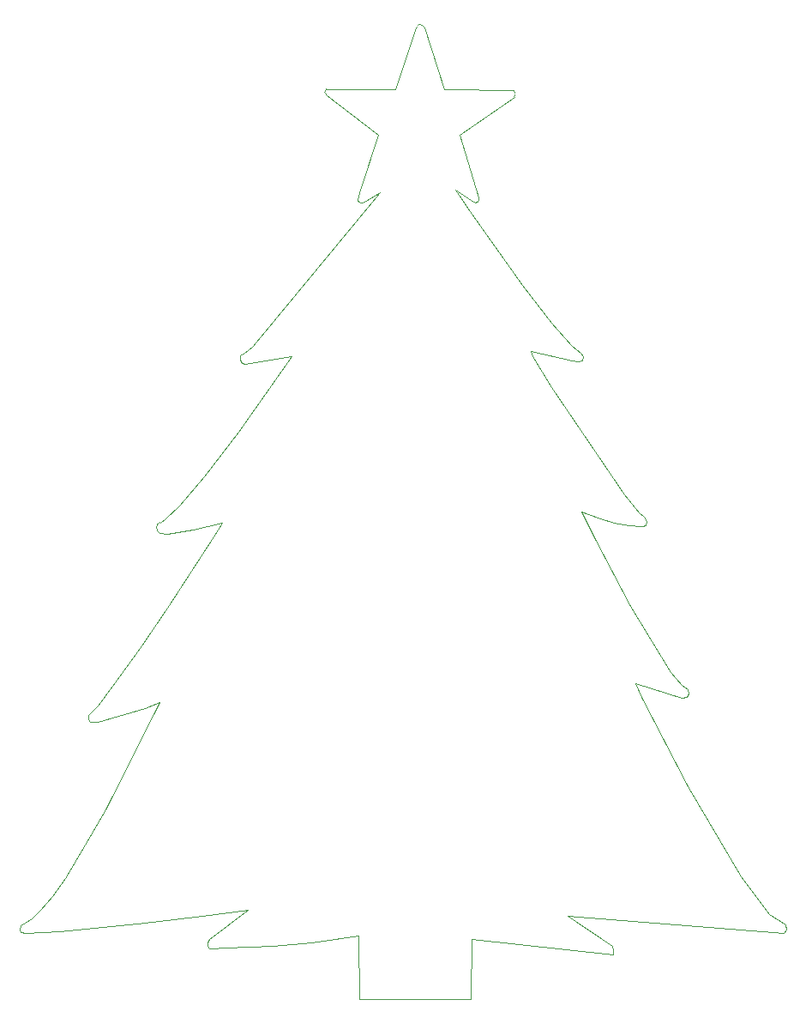
<source format=gbr>
G04 #@! TF.GenerationSoftware,KiCad,Pcbnew,(5.1.5)-3*
G04 #@! TF.CreationDate,2020-12-18T10:23:59+02:00*
G04 #@! TF.ProjectId,voltlog christmas tree,766f6c74-6c6f-4672-9063-68726973746d,rev?*
G04 #@! TF.SameCoordinates,Original*
G04 #@! TF.FileFunction,Profile,NP*
%FSLAX46Y46*%
G04 Gerber Fmt 4.6, Leading zero omitted, Abs format (unit mm)*
G04 Created by KiCad (PCBNEW (5.1.5)-3) date 2020-12-18 10:23:59*
%MOMM*%
%LPD*%
G04 APERTURE LIST*
%ADD10C,0.050000*%
G04 APERTURE END LIST*
D10*
X113937297Y-95481377D02*
X114650000Y-95500000D01*
X113577986Y-94899999D02*
G75*
G02X113950001Y-94400001I522014J-1D01*
G01*
X113937297Y-95481377D02*
G75*
G02X113577986Y-94899999I290689J581378D01*
G01*
X130407898Y-52281371D02*
G75*
G02X130350000Y-51650000I142102J331371D01*
G01*
X140000000Y-45600000D02*
X139850000Y-45400000D01*
X139200000Y-45600000D02*
X139366762Y-45375072D01*
X139366761Y-45375072D02*
G75*
G02X139850000Y-45400000I233239J-174928D01*
G01*
X148803909Y-51791097D02*
G75*
G02X148900000Y-52450000I-153909J-358903D01*
G01*
X145404950Y-62599999D02*
X145400000Y-62350000D01*
X144900000Y-62800000D02*
X145100001Y-62849999D01*
X145404950Y-62599999D02*
G75*
G02X145100001Y-62849999I-254950J-1D01*
G01*
X134106074Y-62807289D02*
G75*
G02X133450000Y-62500000I-256074J307289D01*
G01*
X133550000Y-135150000D02*
X133600000Y-141450000D01*
X128850000Y-135850000D02*
X133550000Y-135150000D01*
X125050000Y-136200000D02*
X128850000Y-135850000D01*
X120300000Y-136350000D02*
X125050000Y-136200000D01*
X119050000Y-136450000D02*
X120300000Y-136350000D01*
X118750000Y-136400000D02*
X119050000Y-136450000D01*
X118650000Y-136200000D02*
X118750000Y-136400000D01*
X118650000Y-135850000D02*
X118650000Y-136200000D01*
X118800000Y-135500000D02*
X118650000Y-135850000D01*
X122600000Y-132600000D02*
X118800000Y-135500000D01*
X118150000Y-133250000D02*
X122600000Y-132600000D01*
X111650000Y-133950000D02*
X118150000Y-133250000D01*
X104000000Y-134750000D02*
X111650000Y-133950000D01*
X100650000Y-134900000D02*
X104000000Y-134750000D01*
X100150000Y-134850000D02*
X100650000Y-134900000D01*
X100050000Y-134550000D02*
X100150000Y-134850000D01*
X100150000Y-134150000D02*
X100050000Y-134550000D01*
X100600000Y-133900000D02*
X100150000Y-134150000D01*
X101300000Y-133450000D02*
X100600000Y-133900000D01*
X102150000Y-132650000D02*
X101300000Y-133450000D01*
X103300000Y-131250000D02*
X102150000Y-132650000D01*
X104550000Y-129450000D02*
X103300000Y-131250000D01*
X106500000Y-126200000D02*
X104550000Y-129450000D01*
X108550000Y-122700000D02*
X106500000Y-126200000D01*
X113900000Y-112150000D02*
X108550000Y-122700000D01*
X112400000Y-112750000D02*
X113900000Y-112150000D01*
X107800000Y-114050000D02*
X112400000Y-112750000D01*
X107050000Y-114100000D02*
X107800000Y-114050000D01*
X106850000Y-113850000D02*
X107050000Y-114100000D01*
X106850000Y-113400000D02*
X106850000Y-113850000D01*
X107150000Y-113050000D02*
X106850000Y-113400000D01*
X107750000Y-112500000D02*
X107150000Y-113050000D01*
X109250000Y-110550000D02*
X107750000Y-112500000D01*
X111950000Y-106800000D02*
X109250000Y-110550000D01*
X114600000Y-102800000D02*
X111950000Y-106800000D01*
X119200000Y-95750000D02*
X114600000Y-102800000D01*
X120100000Y-94400000D02*
X119200000Y-95750000D01*
X117200000Y-95100000D02*
X120100000Y-94400000D01*
X114650000Y-95500000D02*
X117200000Y-95100000D01*
X114450000Y-94050000D02*
X113950000Y-94400000D01*
X115850000Y-92700000D02*
X114450000Y-94050000D01*
X118250000Y-89850000D02*
X115850000Y-92700000D01*
X121700000Y-85450000D02*
X118250000Y-89850000D01*
X126900000Y-78050000D02*
X121700000Y-85450000D01*
X122300000Y-78750000D02*
X126900000Y-78050000D01*
X121900000Y-78600000D02*
X122300000Y-78750000D01*
X121800000Y-78300000D02*
X121900000Y-78600000D01*
X121850000Y-77950000D02*
X121800000Y-78300000D01*
X122300000Y-77700000D02*
X121850000Y-77950000D01*
X123050000Y-77100000D02*
X122300000Y-77700000D01*
X135600000Y-61800000D02*
X123050000Y-77100000D01*
X134106074Y-62807289D02*
X135600000Y-61800000D01*
X133650000Y-61550000D02*
X133450000Y-62500000D01*
X135500000Y-56200000D02*
X133650000Y-61550000D01*
X130407898Y-52281371D02*
X135500000Y-56200000D01*
X137150000Y-51650000D02*
X130350000Y-51650000D01*
X139200000Y-45600000D02*
X137150000Y-51650000D01*
X142000000Y-51700000D02*
X140000000Y-45600000D01*
X148803909Y-51791096D02*
X142000000Y-51700000D01*
X143500000Y-56150000D02*
X148900000Y-52450000D01*
X145400000Y-62350000D02*
X143500000Y-56150000D01*
X143050000Y-61600000D02*
X144900000Y-62800000D01*
X144700000Y-63950000D02*
X143050000Y-61600000D01*
X149700000Y-71000000D02*
X144700000Y-63950000D01*
X152600000Y-74700000D02*
X149700000Y-71000000D01*
X154600000Y-77000000D02*
X152600000Y-74700000D01*
X155450000Y-77650000D02*
X154600000Y-77000000D01*
X155700000Y-78050000D02*
X155450000Y-77650000D01*
X155650000Y-78400000D02*
X155700000Y-78050000D01*
X155200000Y-78500000D02*
X155650000Y-78400000D01*
X154600000Y-78400000D02*
X155200000Y-78500000D01*
X150500000Y-77500000D02*
X154600000Y-78400000D01*
X150700000Y-78000000D02*
X150500000Y-77500000D01*
X152550000Y-81050000D02*
X150700000Y-78000000D01*
X159750000Y-91600000D02*
X152550000Y-81050000D01*
X161200000Y-93450000D02*
X159750000Y-91600000D01*
X161750000Y-93850000D02*
X161200000Y-93450000D01*
X161950000Y-94300000D02*
X161750000Y-93850000D01*
X161900000Y-94650000D02*
X161950000Y-94300000D01*
X161550000Y-94800000D02*
X161900000Y-94650000D01*
X160200000Y-94700000D02*
X161550000Y-94800000D01*
X158750000Y-94400000D02*
X160200000Y-94700000D01*
X157100000Y-93900000D02*
X158750000Y-94400000D01*
X155500000Y-93300000D02*
X157100000Y-93900000D01*
X156850000Y-96050000D02*
X155500000Y-93300000D01*
X160400000Y-102650000D02*
X156850000Y-96050000D01*
X164350000Y-109150000D02*
X160400000Y-102650000D01*
X165450000Y-110450000D02*
X164350000Y-109150000D01*
X166000000Y-110900000D02*
X165450000Y-110450000D01*
X166100000Y-111300000D02*
X166000000Y-110900000D01*
X165950000Y-111650000D02*
X166100000Y-111300000D01*
X165450000Y-111700000D02*
X165950000Y-111650000D01*
X160850000Y-110300000D02*
X165450000Y-111700000D01*
X161450000Y-111650000D02*
X160850000Y-110300000D01*
X166050000Y-120450000D02*
X161450000Y-111650000D01*
X171300000Y-129300000D02*
X166050000Y-120450000D01*
X174100000Y-133050000D02*
X171300000Y-129300000D01*
X175700000Y-134050000D02*
X174100000Y-133050000D01*
X175800000Y-134550000D02*
X175700000Y-134050000D01*
X175500000Y-134900000D02*
X175800000Y-134550000D01*
X154200000Y-133200000D02*
X175500000Y-134900000D01*
X158600000Y-136200000D02*
X154200000Y-133200000D01*
X158700000Y-136600000D02*
X158600000Y-136200000D01*
X158650000Y-137000000D02*
X158700000Y-136600000D01*
X144700000Y-135500000D02*
X158650000Y-137000000D01*
X144600000Y-141450000D02*
X144700000Y-135500000D01*
X133600000Y-141450000D02*
X144600000Y-141450000D01*
M02*

</source>
